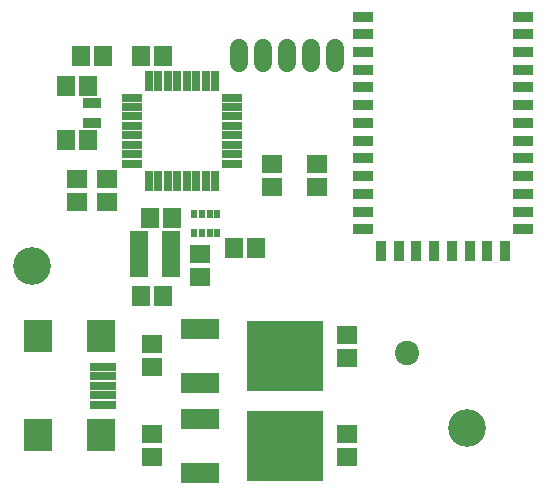
<source format=gbr>
G04 EAGLE Gerber RS-274X export*
G75*
%MOMM*%
%FSLAX34Y34*%
%LPD*%
%INSoldermask Top*%
%IPPOS*%
%AMOC8*
5,1,8,0,0,1.08239X$1,22.5*%
G01*
%ADD10R,1.503200X1.703200*%
%ADD11R,1.703200X1.503200*%
%ADD12R,1.703200X0.838200*%
%ADD13R,0.838200X1.703200*%
%ADD14R,1.678200X0.803200*%
%ADD15R,0.803200X1.678200*%
%ADD16R,6.403200X6.003200*%
%ADD17R,3.203200X1.803200*%
%ADD18R,1.603200X0.903200*%
%ADD19R,0.553200X0.703200*%
%ADD20R,2.403200X2.703200*%
%ADD21R,2.203200X0.703200*%
%ADD22C,1.524000*%
%ADD23C,2.061400*%
%ADD24C,3.203200*%
%ADD25R,1.503200X4.003200*%


D10*
X200000Y292100D03*
X181000Y292100D03*
X136500Y469900D03*
X117500Y469900D03*
X136500Y424180D03*
X117500Y424180D03*
D11*
X152400Y390500D03*
X152400Y371500D03*
X127000Y390500D03*
X127000Y371500D03*
X292100Y384200D03*
X292100Y403200D03*
X190500Y155600D03*
X190500Y174600D03*
X190500Y231800D03*
X190500Y250800D03*
X355600Y155600D03*
X355600Y174600D03*
X355600Y239420D03*
X355600Y258420D03*
X231140Y308000D03*
X231140Y327000D03*
D10*
X259740Y332740D03*
X278740Y332740D03*
X149200Y495300D03*
X130200Y495300D03*
D11*
X330200Y384200D03*
X330200Y403200D03*
D12*
X369500Y528320D03*
X369500Y513320D03*
X369500Y498320D03*
X369500Y483320D03*
X369500Y468320D03*
X369500Y453320D03*
X369500Y438320D03*
X369500Y423320D03*
X369500Y408320D03*
X369500Y393320D03*
X369500Y378320D03*
X369500Y363320D03*
X369500Y348320D03*
D13*
X384500Y329570D03*
X399500Y329570D03*
X414500Y329570D03*
X429500Y329570D03*
X444500Y329570D03*
X459500Y329570D03*
X474500Y329570D03*
X489500Y329570D03*
D12*
X504500Y348320D03*
X504500Y363320D03*
X504500Y378320D03*
X504500Y393320D03*
X504500Y408320D03*
X504500Y423320D03*
X504500Y438320D03*
X504500Y453320D03*
X504500Y468320D03*
X504500Y483320D03*
X504500Y498320D03*
X504500Y513320D03*
X504500Y528320D03*
D14*
X173520Y459800D03*
X173520Y451800D03*
X173520Y443800D03*
X173520Y435800D03*
X173520Y427800D03*
X173520Y419800D03*
X173520Y411800D03*
X173520Y403800D03*
D15*
X187900Y389420D03*
X195900Y389420D03*
X203900Y389420D03*
X211900Y389420D03*
X219900Y389420D03*
X227900Y389420D03*
X235900Y389420D03*
X243900Y389420D03*
D14*
X258280Y403800D03*
X258280Y411800D03*
X258280Y419800D03*
X258280Y427800D03*
X258280Y435800D03*
X258280Y443800D03*
X258280Y451800D03*
X258280Y459800D03*
D15*
X243900Y474180D03*
X235900Y474180D03*
X227900Y474180D03*
X219900Y474180D03*
X211900Y474180D03*
X203900Y474180D03*
X195900Y474180D03*
X187900Y474180D03*
D16*
X303200Y241300D03*
D17*
X231400Y264100D03*
X231400Y218500D03*
D16*
X303200Y165100D03*
D17*
X231400Y187900D03*
X231400Y142300D03*
D18*
X139700Y455540D03*
X139700Y438540D03*
D10*
X200000Y495300D03*
X181000Y495300D03*
X207620Y358140D03*
X188620Y358140D03*
D19*
X232970Y361060D03*
X232970Y345060D03*
X239470Y361060D03*
X239470Y345060D03*
X226470Y345060D03*
X226470Y361060D03*
X245970Y361060D03*
X245970Y345060D03*
D20*
X147000Y257900D03*
X147000Y173900D03*
X94000Y257900D03*
X94000Y173900D03*
D21*
X149500Y231900D03*
X149500Y223900D03*
X149500Y215900D03*
X149500Y207900D03*
X149500Y199900D03*
D22*
X345440Y488696D02*
X345440Y501904D01*
X325120Y501904D02*
X325120Y488696D01*
X304800Y488696D02*
X304800Y501904D01*
X284480Y501904D02*
X284480Y488696D01*
X264160Y488696D02*
X264160Y501904D01*
D23*
X406400Y243840D03*
D24*
X457200Y180340D03*
D25*
X179540Y327660D03*
X206540Y327660D03*
D24*
X88900Y317500D03*
M02*

</source>
